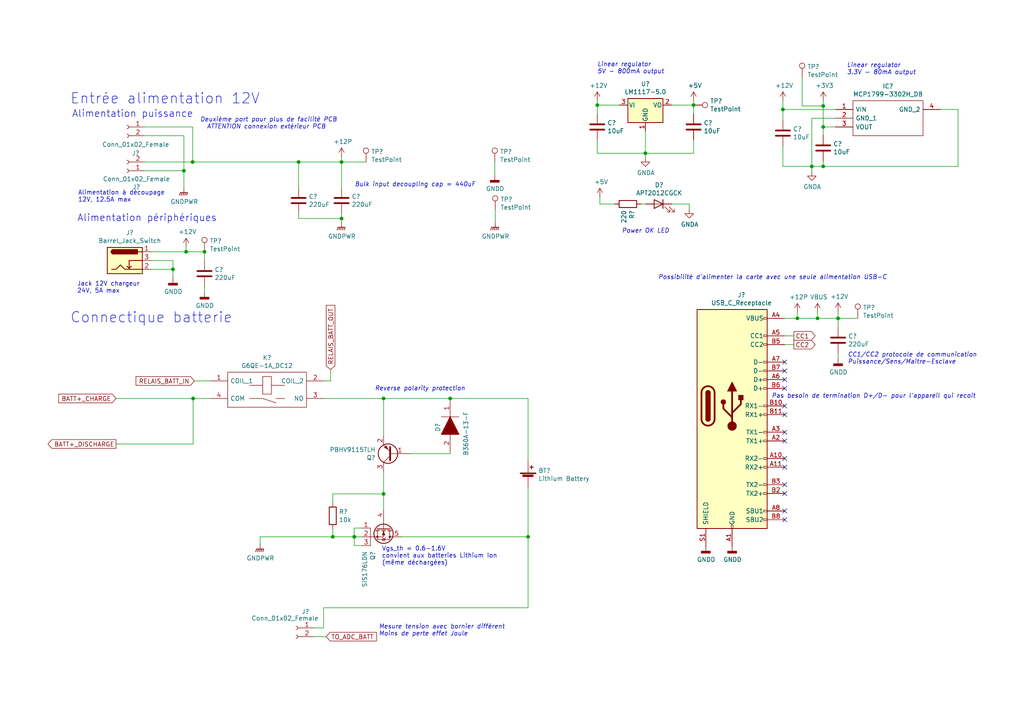
<source format=kicad_sch>
(kicad_sch (version 20231120) (generator "eeschema") (generator_version "8.0")
  (paper "A4")
  (lib_symbols
    (symbol "Connector:Barrel_Jack_Switch" (pin_names hide)
      (property "Reference" "J" (at 0 5.334 0))
      (property "Value" "Barrel_Jack_Switch" (at 0 -5.08 0))
      (symbol "Barrel_Jack_Switch_0_1"
        (rectangle (start -5.08 3.81) (end 5.08 -3.81) (stroke (width 0.254)) (fill (type background)))
        (arc (start -3.302 3.175) (mid -3.9342 2.54) (end -3.302 1.905) (stroke (width 0.254)))
        (arc (start -3.302 3.175) (mid -3.9342 2.54) (end -3.302 1.905) (stroke (width 0.254)) (fill (type outline)))
        (polyline (pts (xy 1.27 -2.286) (xy 1.905 -1.651)) (stroke (width 0.254)))
        (polyline (pts (xy 5.08 2.54) (xy 3.81 2.54)) (stroke (width 0.254)))
        (polyline (pts (xy 5.08 0) (xy 1.27 0) (xy 1.27 -2.286) (xy 0.635 -1.651)) (stroke (width 0.254)))
        (polyline (pts (xy -3.81 -2.54) (xy -2.54 -2.54) (xy -1.27 -1.27) (xy 0 -2.54) (xy 2.54 -2.54) (xy 5.08 -2.54)) (stroke (width 0.254)))
        (rectangle (start 3.683 3.175) (end -3.302 1.905) (stroke (width 0.254)) (fill (type outline)))
      )
      (symbol "Barrel_Jack_Switch_1_1"
        (pin passive line (at 7.62 2.54 180) (length 2.54) (name "~") (number "1"))
        (pin passive line (at 7.62 -2.54 180) (length 2.54) (name "~") (number "2"))
        (pin passive line (at 7.62 0 180) (length 2.54) (name "~") (number "3"))
      )
    )
    (symbol "Connector:Conn_01x02_Female" (pin_names (offset 1.016) hide)
      (property "Reference" "J" (at 0 2.54 0))
      (property "Value" "Conn_01x02_Female" (at 0 -5.08 0))
      (symbol "Conn_01x02_Female_1_1"
        (arc (start 0 -2.032) (mid -0.5058 -2.54) (end 0 -3.048) (stroke (width 0.1524)))
        (polyline (pts (xy -1.27 -2.54) (xy -0.508 -2.54)) (stroke (width 0.1524)))
        (polyline (pts (xy -1.27 0) (xy -0.508 0)) (stroke (width 0.1524)))
        (arc (start 0 0.508) (mid -0.5058 0) (end 0 -0.508) (stroke (width 0.1524)))
        (pin passive line (at -5.08 0 0) (length 3.81) (name "Pin_1") (number "1"))
        (pin passive line (at -5.08 -2.54 0) (length 3.81) (name "Pin_2") (number "2"))
      )
    )
    (symbol "Connector:TestPoint" (pin_numbers hide) (pin_names (offset 0.762) hide)
      (property "Reference" "TP" (at 0 6.858 0))
      (property "Value" "TestPoint" (at 0 5.08 0))
      (symbol "TestPoint_0_1"
        (circle (center 0 3.302) (radius 0.762))
      )
      (symbol "TestPoint_1_1"
        (pin passive line (at 0 0 90) (length 2.54) (name "1") (number "1"))
      )
    )
    (symbol "Connector:USB_C_Receptacle" (pin_names (offset 1.016))
      (property "Reference" "J" (at -10.16 29.21 0))
      (property "Value" "USB_C_Receptacle" (at 10.16 29.21 0))
      (symbol "USB_C_Receptacle_0_0"
        (rectangle (start -0.254 -35.56) (end 0.254 -34.544))
        (rectangle (start 10.16 -32.766) (end 9.144 -33.274))
        (rectangle (start 10.16 -30.226) (end 9.144 -30.734))
        (rectangle (start 10.16 -25.146) (end 9.144 -25.654))
        (rectangle (start 10.16 -22.606) (end 9.144 -23.114))
        (rectangle (start 10.16 -17.526) (end 9.144 -18.034))
        (rectangle (start 10.16 -14.986) (end 9.144 -15.494))
        (rectangle (start 10.16 -9.906) (end 9.144 -10.414))
        (rectangle (start 10.16 -7.366) (end 9.144 -7.874))
        (rectangle (start 10.16 -2.286) (end 9.144 -2.794))
        (rectangle (start 10.16 0.254) (end 9.144 -0.254))
        (rectangle (start 10.16 5.334) (end 9.144 4.826))
        (rectangle (start 10.16 7.874) (end 9.144 7.366))
        (rectangle (start 10.16 10.414) (end 9.144 9.906))
        (rectangle (start 10.16 12.954) (end 9.144 12.446))
        (rectangle (start 10.16 18.034) (end 9.144 17.526))
        (rectangle (start 10.16 20.574) (end 9.144 20.066))
        (rectangle (start 10.16 25.654) (end 9.144 25.146))
      )
      (symbol "USB_C_Receptacle_0_1"
        (rectangle (start -10.16 27.94) (end 10.16 -35.56) (stroke (width 0.254)) (fill (type background)))
        (arc (start -8.89 -3.81) (mid -6.985 -5.7066) (end -5.08 -3.81) (stroke (width 0.508)))
        (arc (start -7.62 -3.81) (mid -6.985 -4.4422) (end -6.35 -3.81) (stroke (width 0.254)))
        (arc (start -7.62 -3.81) (mid -6.985 -4.4422) (end -6.35 -3.81) (stroke (width 0.254)) (fill (type outline)))
        (rectangle (start -7.62 -3.81) (end -6.35 3.81) (stroke (width 0.254)) (fill (type outline)))
        (arc (start -6.35 3.81) (mid -6.985 4.4422) (end -7.62 3.81) (stroke (width 0.254)))
        (arc (start -6.35 3.81) (mid -6.985 4.4422) (end -7.62 3.81) (stroke (width 0.254)) (fill (type outline)))
        (arc (start -5.08 3.81) (mid -6.985 5.7066) (end -8.89 3.81) (stroke (width 0.508)))
        (polyline (pts (xy -8.89 -3.81) (xy -8.89 3.81)) (stroke (width 0.508)))
        (polyline (pts (xy -5.08 3.81) (xy -5.08 -3.81)) (stroke (width 0.508)))
      )
      (symbol "USB_C_Receptacle_1_1"
        (circle (center -2.54 1.143) (radius 0.635) (stroke (width 0.254)) (fill (type outline)))
        (circle (center 0 -5.842) (radius 1.27) (fill (type outline)))
        (polyline (pts (xy 0 -5.842) (xy 0 4.318)) (stroke (width 0.508)))
        (polyline (pts (xy 0 -3.302) (xy -2.54 -0.762) (xy -2.54 0.508)) (stroke (width 0.508)))
        (polyline (pts (xy 0 -2.032) (xy 2.54 0.508) (xy 2.54 1.778)) (stroke (width 0.508)))
        (polyline (pts (xy -1.27 4.318) (xy 0 6.858) (xy 1.27 4.318) (xy -1.27 4.318)) (stroke (width 0.254)) (fill (type outline)))
        (rectangle (start 1.905 1.778) (end 3.175 3.048) (stroke (width 0.254)) (fill (type outline)))
        (pin passive line (at 0 -40.64 90) (length 5.08) (name "GND") (number "A1"))
        (pin bidirectional line (at 15.24 -15.24 180) (length 5.08) (name "RX2-") (number "A10"))
        (pin bidirectional line (at 15.24 -17.78 180) (length 5.08) (name "RX2+") (number "A11"))
        (pin passive line (at 0 -40.64 90) (length 5.08) hide (name "GND") (number "A12"))
        (pin bidirectional line (at 15.24 -10.16 180) (length 5.08) (name "TX1+") (number "A2"))
        (pin bidirectional line (at 15.24 -7.62 180) (length 5.08) (name "TX1-") (number "A3"))
        (pin passive line (at 15.24 25.4 180) (length 5.08) (name "VBUS") (number "A4"))
        (pin bidirectional line (at 15.24 20.32 180) (length 5.08) (name "CC1") (number "A5"))
        (pin bidirectional line (at 15.24 7.62 180) (length 5.08) (name "D+") (number "A6"))
        (pin bidirectional line (at 15.24 12.7 180) (length 5.08) (name "D-") (number "A7"))
        (pin bidirectional line (at 15.24 -30.48 180) (length 5.08) (name "SBU1") (number "A8"))
        (pin passive line (at 15.24 25.4 180) (length 5.08) hide (name "VBUS") (number "A9"))
        (pin passive line (at 0 -40.64 90) (length 5.08) hide (name "GND") (number "B1"))
        (pin bidirectional line (at 15.24 0 180) (length 5.08) (name "RX1-") (number "B10"))
        (pin bidirectional line (at 15.24 -2.54 180) (length 5.08) (name "RX1+") (number "B11"))
        (pin passive line (at 0 -40.64 90) (length 5.08) hide (name "GND") (number "B12"))
        (pin bidirectional line (at 15.24 -25.4 180) (length 5.08) (name "TX2+") (number "B2"))
        (pin bidirectional line (at 15.24 -22.86 180) (length 5.08) (name "TX2-") (number "B3"))
        (pin passive line (at 15.24 25.4 180) (length 5.08) hide (name "VBUS") (number "B4"))
        (pin bidirectional line (at 15.24 17.78 180) (length 5.08) (name "CC2") (number "B5"))
        (pin bidirectional line (at 15.24 5.08 180) (length 5.08) (name "D+") (number "B6"))
        (pin bidirectional line (at 15.24 10.16 180) (length 5.08) (name "D-") (number "B7"))
        (pin bidirectional line (at 15.24 -33.02 180) (length 5.08) (name "SBU2") (number "B8"))
        (pin passive line (at 15.24 25.4 180) (length 5.08) hide (name "VBUS") (number "B9"))
        (pin passive line (at -7.62 -40.64 90) (length 5.08) (name "SHIELD") (number "S1"))
      )
    )
    (symbol "Device:Battery_Cell" (pin_numbers hide) (pin_names (offset 0) hide)
      (property "Reference" "BT" (at 2.54 2.54 0))
      (property "Value" "Battery_Cell" (at 2.54 0 0))
      (symbol "Battery_Cell_0_1"
        (rectangle (start -2.286 1.778) (end 2.286 1.524) (fill (type outline)))
        (rectangle (start -1.5748 1.1938) (end 1.4732 0.6858) (fill (type outline)))
        (polyline (pts (xy 0 0.762) (xy 0 0)))
        (polyline (pts (xy 0 1.778) (xy 0 2.54)))
        (polyline (pts (xy 0.508 3.429) (xy 1.524 3.429)) (stroke (width 0.254)))
        (polyline (pts (xy 1.016 3.937) (xy 1.016 2.921)) (stroke (width 0.254)))
      )
      (symbol "Battery_Cell_1_1"
        (pin passive line (at 0 5.08 270) (length 2.54) (name "+") (number "1"))
        (pin passive line (at 0 -2.54 90) (length 2.54) (name "-") (number "2"))
      )
    )
    (symbol "Device:C" (pin_numbers hide) (pin_names (offset 0.254))
      (property "Reference" "C" (at 0.635 2.54 0))
      (property "Value" "C" (at 0.635 -2.54 0))
      (symbol "C_0_1"
        (polyline (pts (xy -2.032 -0.762) (xy 2.032 -0.762)) (stroke (width 0.508)))
        (polyline (pts (xy -2.032 0.762) (xy 2.032 0.762)) (stroke (width 0.508)))
      )
      (symbol "C_1_1"
        (pin passive line (at 0 3.81 270) (length 2.794) (name "~") (number "1"))
        (pin passive line (at 0 -3.81 90) (length 2.794) (name "~") (number "2"))
      )
    )
    (symbol "Device:LED" (pin_numbers hide) (pin_names (offset 1.016) hide)
      (property "Reference" "D" (at 0 2.54 0))
      (property "Value" "LED" (at 0 -2.54 0))
      (symbol "LED_0_1"
        (polyline (pts (xy -1.27 -1.27) (xy -1.27 1.27)) (stroke (width 0.254)))
        (polyline (pts (xy -1.27 0) (xy 1.27 0)))
        (polyline (pts (xy 1.27 -1.27) (xy 1.27 1.27) (xy -1.27 0) (xy 1.27 -1.27)) (stroke (width 0.254)))
        (polyline (pts (xy -3.048 -0.762) (xy -4.572 -2.286) (xy -3.81 -2.286) (xy -4.572 -2.286) (xy -4.572 -1.524)))
        (polyline (pts (xy -1.778 -0.762) (xy -3.302 -2.286) (xy -2.54 -2.286) (xy -3.302 -2.286) (xy -3.302 -1.524)))
      )
      (symbol "LED_1_1"
        (pin passive line (at -3.81 0 0) (length 2.54) (name "K") (number "1"))
        (pin passive line (at 3.81 0 180) (length 2.54) (name "A") (number "2"))
      )
    )
    (symbol "Device:Q_PNP_BEC" (pin_names (offset 0) hide)
      (property "Reference" "Q" (at 5.08 1.27 0))
      (property "Value" "Q_PNP_BEC" (at 5.08 -1.27 0))
      (symbol "Q_PNP_BEC_0_1"
        (polyline (pts (xy 0.635 0.635) (xy 2.54 2.54)))
        (polyline (pts (xy 0.635 -0.635) (xy 2.54 -2.54) (xy 2.54 -2.54)))
        (polyline (pts (xy 0.635 1.905) (xy 0.635 -1.905) (xy 0.635 -1.905)) (stroke (width 0.508)))
        (polyline (pts (xy 2.286 -1.778) (xy 1.778 -2.286) (xy 1.27 -1.27) (xy 2.286 -1.778) (xy 2.286 -1.778)) (fill (type outline)))
        (circle (center 1.27 0) (radius 2.8194) (stroke (width 0.254)))
      )
      (symbol "Q_PNP_BEC_1_1"
        (pin input line (at -5.08 0 0) (length 5.715) (name "B") (number "1"))
        (pin passive line (at 2.54 -5.08 90) (length 2.54) (name "E") (number "2"))
        (pin passive line (at 2.54 5.08 270) (length 2.54) (name "C") (number "3"))
      )
    )
    (symbol "Device:R" (pin_numbers hide) (pin_names (offset 0))
      (property "Reference" "R" (at 2.032 0 90))
      (property "Value" "R" (at 0 0 90))
      (symbol "R_0_1"
        (rectangle (start -1.016 -2.54) (end 1.016 2.54) (stroke (width 0.254)))
      )
      (symbol "R_1_1"
        (pin passive line (at 0 3.81 270) (length 1.27) (name "~") (number "1"))
        (pin passive line (at 0 -3.81 90) (length 1.27) (name "~") (number "2"))
      )
    )
    (symbol "Regulator_Linear:LM1117-5.0" (pin_names (offset 0.254))
      (property "Reference" "U" (at -3.81 3.175 0))
      (property "Value" "LM1117-5.0" (at 0 3.175 0))
      (symbol "LM1117-5.0_0_1"
        (rectangle (start -5.08 -5.08) (end 5.08 1.905) (stroke (width 0.254)) (fill (type background)))
      )
      (symbol "LM1117-5.0_1_1"
        (pin power_in line (at 0 -7.62 90) (length 2.54) (name "GND") (number "1"))
        (pin power_out line (at 7.62 0 180) (length 2.54) (name "VO") (number "2"))
        (pin power_in line (at -7.62 0 0) (length 2.54) (name "VI") (number "3"))
      )
    )
    (symbol "open-lion:B360A-13-F" (pin_names (offset 0.762))
      (property "Reference" "D" (at 11.43 5.08 0))
      (property "Value" "B360A-13-F" (at 11.43 2.54 0))
      (symbol "B360A-13-F_0_0"
        (pin passive line (at 0 0 0) (length 5.08) (name "~") (number "1"))
        (pin passive line (at 15.24 0 180) (length 5.08) (name "~") (number "2"))
      )
      (symbol "B360A-13-F_0_1"
        (polyline (pts (xy 5.08 2.54) (xy 5.08 -2.54)) (stroke (width 0.1524)))
        (polyline (pts (xy 5.08 0) (xy 10.16 2.54) (xy 10.16 -2.54) (xy 5.08 0)) (stroke (width 0.254)) (fill (type outline)))
      )
    )
    (symbol "open-lion:G6QE-1A_DC12" (pin_names (offset 0.762))
      (property "Reference" "K" (at -7.62 7.62 0))
      (property "Value" "G6QE-1A_DC12" (at -7.62 5.08 0))
      (symbol "G6QE-1A_DC12_0_0"
        (pin passive line (at -16.51 0 0) (length 5.08) (name "COIL_1") (number "1"))
        (pin passive line (at 16.51 0 180) (length 5.08) (name "COIL_2") (number "2"))
        (pin passive line (at 16.51 -5.08 180) (length 5.08) (name "NO") (number "3"))
        (pin passive line (at -16.51 -5.08 0) (length 5.08) (name "COM") (number "4"))
      )
      (symbol "G6QE-1A_DC12_0_1"
        (rectangle (start -11.43 2.54) (end 11.43 -7.62))
        (polyline (pts (xy 1.27 -1.27) (xy 5.08 -1.27)))
        (polyline (pts (xy 2.54 -5.08) (xy 5.08 -5.08)))
        (polyline (pts (xy -5.08 -5.08) (xy -1.27 -5.08) (xy 2.54 -6.35)))
        (polyline (pts (xy -5.08 -1.27) (xy -1.27 -1.27) (xy -1.27 1.27) (xy 1.27 1.27) (xy 1.27 -3.81) (xy -1.27 -3.81) (xy -1.27 -1.27)))
      )
    )
    (symbol "open-lion:MCP1799-3302H_DB" (pin_names (offset 0.762))
      (property "Reference" "IC" (at 26.67 7.62 0))
      (property "Value" "MCP1799-3302H_DB" (at 26.67 5.08 0))
      (symbol "MCP1799-3302H_DB_0_0"
        (pin power_in line (at 0 0 0) (length 5.08) (name "VIN") (number "1"))
        (pin power_in line (at 0 -2.54 0) (length 5.08) (name "GND_1") (number "2"))
        (pin power_in line (at 0 -5.08 0) (length 5.08) (name "VOUT") (number "3"))
        (pin passive line (at 30.48 0 180) (length 5.08) (name "GND_2") (number "4"))
      )
      (symbol "MCP1799-3302H_DB_0_1"
        (polyline (pts (xy 5.08 2.54) (xy 25.4 2.54) (xy 25.4 -7.62) (xy 5.08 -7.62) (xy 5.08 2.54)) (stroke (width 0.1524)))
      )
    )
    (symbol "open-lion:SiS176LDN" (pin_names (offset 1.016))
      (property "Reference" "Q" (at -8.89 4.064 0))
      (property "Value" "SiS176LDN" (at -6.604 6.096 0))
      (symbol "SiS176LDN_1_1"
        (circle (center -0.889 0) (radius 2.794) (stroke (width 0.254)))
        (circle (center 0 -1.778) (radius 0.254) (fill (type outline)))
        (polyline (pts (xy -2.286 0) (xy -5.08 0)))
        (polyline (pts (xy -2.286 1.905) (xy -2.286 -1.905)) (stroke (width 0.254)))
        (polyline (pts (xy -1.778 -1.27) (xy -1.778 -2.286)) (stroke (width 0.254)))
        (polyline (pts (xy -1.778 0.508) (xy -1.778 -0.508)) (stroke (width 0.254)))
        (polyline (pts (xy -1.778 2.286) (xy -1.778 1.27)) (stroke (width 0.254)))
        (polyline (pts (xy 0 2.54) (xy 0 1.778)))
        (polyline (pts (xy 0 -2.54) (xy 0 0) (xy -1.778 0)))
        (polyline (pts (xy -1.778 -1.778) (xy 0.762 -1.778) (xy 0.762 1.778) (xy -1.778 1.778)))
        (polyline (pts (xy -1.524 0) (xy -0.508 0.381) (xy -0.508 -0.381) (xy -1.524 0)) (fill (type outline)))
        (polyline (pts (xy 0 -2.54) (xy 0 -3.81) (xy -2.54 -3.81) (xy 2.54 -3.81)))
        (polyline (pts (xy 0.254 0.508) (xy 0.381 0.381) (xy 1.143 0.381) (xy 1.27 0.254)))
        (polyline (pts (xy 0.762 0.381) (xy 0.381 -0.254) (xy 1.143 -0.254) (xy 0.762 0.381)))
        (circle (center 0 1.778) (radius 0.254) (fill (type outline)))
        (pin unspecified line (at -2.54 -6.35 90) (length 2.54) (name "~") (number "1"))
        (pin unspecified line (at 0 -6.35 90) (length 2.54) (name "~") (number "2"))
        (pin unspecified line (at 2.54 -6.35 90) (length 2.54) (name "~") (number "3"))
        (pin unspecified line (at -7.62 0 0) (length 2.54) (name "~") (number "4"))
        (pin unspecified line (at 0 5.08 270) (length 2.54) (name "~") (number "5"))
      )
    )
    (symbol "power:+12P" (power) (pin_names (offset 0))
      (property "Value" "+12P" (at 0 3.556 0))
      (symbol "+12P_0_1"
        (polyline (pts (xy -0.762 1.27) (xy 0 2.54)))
        (polyline (pts (xy 0 0) (xy 0 2.54)))
        (polyline (pts (xy 0 2.54) (xy 0.762 1.27)))
      )
      (symbol "+12P_1_1"
        (pin power_in line (at 0 0 90) (length 0) hide (name "+12P") (number "1"))
      )
    )
    (symbol "power:+12V" (power) (pin_names (offset 0))
      (property "Value" "+12V" (at 0 3.556 0))
      (symbol "+12V_0_1"
        (polyline (pts (xy -0.762 1.27) (xy 0 2.54)))
        (polyline (pts (xy 0 0) (xy 0 2.54)))
        (polyline (pts (xy 0 2.54) (xy 0.762 1.27)))
      )
      (symbol "+12V_1_1"
        (pin power_in line (at 0 0 90) (length 0) hide (name "+12V") (number "1"))
      )
    )
    (symbol "power:+3.3V" (power) (pin_names (offset 0))
      (property "Value" "+3.3V" (at 0 3.556 0))
      (symbol "+3.3V_0_1"
        (polyline (pts (xy -0.762 1.27) (xy 0 2.54)))
        (polyline (pts (xy 0 0) (xy 0 2.54)))
        (polyline (pts (xy 0 2.54) (xy 0.762 1.27)))
      )
      (symbol "+3.3V_1_1"
        (pin power_in line (at 0 0 90) (length 0) hide (name "+3V3") (number "1"))
      )
    )
    (symbol "power:+5V" (power) (pin_names (offset 0))
      (property "Value" "+5V" (at 0 3.556 0))
      (symbol "+5V_0_1"
        (polyline (pts (xy -0.762 1.27) (xy 0 2.54)))
        (polyline (pts (xy 0 0) (xy 0 2.54)))
        (polyline (pts (xy 0 2.54) (xy 0.762 1.27)))
      )
      (symbol "+5V_1_1"
        (pin power_in line (at 0 0 90) (length 0) hide (name "+5V") (number "1"))
      )
    )
    (symbol "power:GNDA" (power) (pin_names (offset 0))
      (property "Value" "GNDA" (at 0 -3.81 0))
      (symbol "GNDA_0_1"
        (polyline (pts (xy 0 0) (xy 0 -1.27) (xy 1.27 -1.27) (xy 0 -2.54) (xy -1.27 -1.27) (xy 0 -1.27)))
      )
      (symbol "GNDA_1_1"
        (pin power_in line (at 0 0 270) (length 0) hide (name "GNDA") (number "1"))
      )
    )
    (symbol "power:GNDD" (power) (pin_names (offset 0))
      (property "Value" "GNDD" (at 0 -3.175 0))
      (symbol "GNDD_0_1"
        (rectangle (start -1.27 -1.524) (end 1.27 -2.032) (stroke (width 0.254)) (fill (type outline)))
        (polyline (pts (xy 0 0) (xy 0 -1.524)))
      )
      (symbol "GNDD_1_1"
        (pin power_in line (at 0 0 270) (length 0) hide (name "GNDD") (number "1"))
      )
    )
    (symbol "power:GNDPWR" (power) (pin_names (offset 0))
      (property "Value" "GNDPWR" (at 0 -3.302 0))
      (symbol "GNDPWR_0_1"
        (polyline (pts (xy 0 -1.27) (xy 0 0)))
        (polyline (pts (xy -1.016 -1.27) (xy -1.27 -2.032) (xy -1.27 -2.032)) (stroke (width 0.2032)))
        (polyline (pts (xy -0.508 -1.27) (xy -0.762 -2.032) (xy -0.762 -2.032)) (stroke (width 0.2032)))
        (polyline (pts (xy 0 -1.27) (xy -0.254 -2.032) (xy -0.254 -2.032)) (stroke (width 0.2032)))
        (polyline (pts (xy 0.508 -1.27) (xy 0.254 -2.032) (xy 0.254 -2.032)) (stroke (width 0.2032)))
        (polyline (pts (xy 1.016 -1.27) (xy -1.016 -1.27) (xy -1.016 -1.27)) (stroke (width 0.2032)))
        (polyline (pts (xy 1.016 -1.27) (xy 0.762 -2.032) (xy 0.762 -2.032) (xy 0.762 -2.032)) (stroke (width 0.2032)))
      )
      (symbol "GNDPWR_1_1"
        (pin power_in line (at 0 0 270) (length 0) hide (name "GNDPWR") (number "1"))
      )
    )
    (symbol "power:VBUS" (power) (pin_names (offset 0))
      (property "Value" "VBUS" (at 0 3.81 0))
      (symbol "VBUS_0_1"
        (polyline (pts (xy -0.762 1.27) (xy 0 2.54)))
        (polyline (pts (xy 0 0) (xy 0 2.54)))
        (polyline (pts (xy 0 2.54) (xy 0.762 1.27)))
      )
      (symbol "VBUS_1_1"
        (pin power_in line (at 0 0 90) (length 0) hide (name "VBUS") (number "1"))
      )
    )
  )
  (junction (at 102.743 155.702))
  (junction (at 56.007 115.57))
  (junction (at 227.076 31.75))
  (junction (at 59.309 73.025))
  (junction (at 111.252 143.256))
  (junction (at 53.34 49.53))
  (junction (at 238.76 48.26))
  (junction (at 237.109 92.329))
  (junction (at 53.975 73.025))
  (junction (at 238.76 30.734))
  (junction (at 96.52 155.702))
  (junction (at 86.614 46.99))
  (junction (at 187.198 44.45))
  (junction (at 99.06 46.99))
  (junction (at 235.458 48.26))
  (junction (at 238.76 36.83))
  (junction (at 231.267 92.329))
  (junction (at 99.06 63.373))
  (junction (at 153.162 155.702))
  (junction (at 50.165 78.105))
  (junction (at 130.556 115.57))
  (junction (at 173.228 30.48))
  (junction (at 243.078 92.329))
  (junction (at 111.252 115.57))
  (junction (at 55.88 46.99))
  (junction (at 201.168 30.48))
  (no_connect (at 227.584 132.969))
  (no_connect (at 227.584 140.589))
  (no_connect (at 227.584 135.509))
  (no_connect (at 227.584 112.649))
  (no_connect (at 227.584 143.129))
  (no_connect (at 227.584 125.349))
  (no_connect (at 227.584 107.569))
  (no_connect (at 227.584 148.209))
  (no_connect (at 227.584 127.889))
  (no_connect (at 227.584 105.029))
  (no_connect (at 227.584 110.109))
  (no_connect (at 227.584 120.269))
  (no_connect (at 227.584 117.729))
  (no_connect (at 227.584 150.749))
  (wire (pts (xy 99.06 45.466) (xy 99.06 46.99)))
  (wire (pts (xy 93.853 176.276) (xy 93.853 182.118)))
  (wire (pts (xy 130.556 115.57) (xy 153.162 115.57)))
  (wire (pts (xy 153.162 155.702) (xy 153.162 141.478)))
  (wire (pts (xy 201.168 30.48) (xy 201.168 29.21)))
  (wire (pts (xy 238.76 29.21) (xy 238.76 30.734)))
  (wire (pts (xy 102.743 158.242) (xy 104.902 158.242)))
  (wire (pts (xy 50.165 78.105) (xy 43.815 78.105)))
  (wire (pts (xy 173.228 44.45) (xy 187.198 44.45)))
  (wire (pts (xy 93.853 176.276) (xy 153.162 176.276)))
  (wire (pts (xy 53.975 73.025) (xy 59.309 73.025)))
  (wire (pts (xy 41.91 36.83) (xy 55.88 36.83)))
  (wire (pts (xy 199.898 60.706) (xy 199.898 59.182)))
  (wire (pts (xy 238.76 36.83) (xy 238.76 39.116)))
  (wire (pts (xy 187.198 45.72) (xy 187.198 44.45)))
  (wire (pts (xy 238.76 30.734) (xy 232.664 30.734)))
  (wire (pts (xy 99.06 64.643) (xy 99.06 63.373)))
  (wire (pts (xy 111.252 115.57) (xy 130.556 115.57)))
  (wire (pts (xy 86.614 63.373) (xy 99.06 63.373)))
  (wire (pts (xy 102.743 155.702) (xy 102.743 158.242)))
  (wire (pts (xy 41.91 39.37) (xy 53.34 39.37)))
  (wire (pts (xy 178.308 59.182) (xy 173.99 59.182)))
  (wire (pts (xy 153.162 133.858) (xy 153.162 115.57)))
  (wire (pts (xy 56.007 115.57) (xy 56.007 128.778)))
  (wire (pts (xy 173.228 40.64) (xy 173.228 44.45)))
  (wire (pts (xy 277.876 48.26) (xy 277.876 31.75)))
  (wire (pts (xy 248.793 92.329) (xy 248.793 92.202)))
  (wire (pts (xy 227.076 34.798) (xy 227.076 31.75)))
  (wire (pts (xy 53.975 73.025) (xy 53.975 71.628)))
  (wire (pts (xy 43.815 73.025) (xy 53.975 73.025)))
  (wire (pts (xy 75.438 157.988) (xy 75.438 155.702)))
  (wire (pts (xy 56.007 115.57) (xy 60.96 115.57)))
  (wire (pts (xy 277.876 31.75) (xy 272.796 31.75)))
  (wire (pts (xy 242.316 36.83) (xy 238.76 36.83)))
  (wire (pts (xy 235.458 48.26) (xy 235.458 49.784)))
  (wire (pts (xy 96.52 155.702) (xy 102.743 155.702)))
  (wire (pts (xy 93.853 182.118) (xy 90.932 182.118)))
  (wire (pts (xy 59.309 84.709) (xy 59.309 83.185)))
  (wire (pts (xy 238.76 30.734) (xy 238.76 36.83)))
  (wire (pts (xy 111.252 143.256) (xy 111.252 136.652)))
  (wire (pts (xy 243.078 104.013) (xy 243.078 102.489)))
  (wire (pts (xy 231.267 92.329) (xy 237.109 92.329)))
  (wire (pts (xy 118.872 131.572) (xy 130.556 131.572)))
  (wire (pts (xy 95.885 110.49) (xy 95.885 107.188)))
  (wire (pts (xy 102.743 153.162) (xy 102.743 155.702)))
  (wire (pts (xy 243.078 90.424) (xy 243.078 92.329)))
  (wire (pts (xy 235.458 48.26) (xy 227.076 48.26)))
  (wire (pts (xy 96.52 143.256) (xy 111.252 143.256)))
  (wire (pts (xy 75.438 155.702) (xy 96.52 155.702)))
  (wire (pts (xy 33.655 115.57) (xy 56.007 115.57)))
  (wire (pts (xy 227.076 31.75) (xy 227.076 29.21)))
  (wire (pts (xy 96.52 153.416) (xy 96.52 155.702)))
  (wire (pts (xy 230.251 99.949) (xy 227.584 99.949)))
  (wire (pts (xy 173.228 30.48) (xy 173.228 29.21)))
  (wire (pts (xy 104.902 153.162) (xy 102.743 153.162)))
  (wire (pts (xy 227.584 92.329) (xy 231.267 92.329)))
  (wire (pts (xy 235.458 34.29) (xy 242.316 34.29)))
  (wire (pts (xy 179.578 30.48) (xy 173.228 30.48)))
  (wire (pts (xy 93.98 110.49) (xy 95.885 110.49)))
  (wire (pts (xy 238.76 46.736) (xy 238.76 48.26)))
  (wire (pts (xy 53.34 49.53) (xy 53.34 54.61)))
  (wire (pts (xy 187.198 59.182) (xy 185.928 59.182)))
  (wire (pts (xy 41.91 46.99) (xy 55.88 46.99)))
  (wire (pts (xy 199.898 59.182) (xy 194.818 59.182)))
  (wire (pts (xy 143.51 46.99) (xy 143.51 50.8)))
  (wire (pts (xy 238.76 48.26) (xy 277.876 48.26)))
  (wire (pts (xy 50.165 80.645) (xy 50.165 78.105)))
  (wire (pts (xy 235.458 34.29) (xy 235.458 48.26)))
  (wire (pts (xy 86.614 61.976) (xy 86.614 63.373)))
  (wire (pts (xy 231.267 90.551) (xy 231.267 92.329)))
  (wire (pts (xy 232.664 30.734) (xy 232.664 22.352)))
  (wire (pts (xy 187.198 38.1) (xy 187.198 44.45)))
  (wire (pts (xy 243.078 92.329) (xy 248.793 92.329)))
  (wire (pts (xy 86.614 46.99) (xy 99.06 46.99)))
  (wire (pts (xy 50.165 75.565) (xy 50.165 78.105)))
  (wire (pts (xy 238.76 48.26) (xy 235.458 48.26)))
  (wire (pts (xy 153.162 176.276) (xy 153.162 155.702)))
  (wire (pts (xy 99.06 46.99) (xy 99.06 54.356)))
  (wire (pts (xy 187.198 44.45) (xy 201.168 44.45)))
  (wire (pts (xy 111.252 143.256) (xy 111.252 148.082)))
  (wire (pts (xy 237.109 90.551) (xy 237.109 92.329)))
  (wire (pts (xy 243.078 94.869) (xy 243.078 92.329)))
  (wire (pts (xy 227.076 31.75) (xy 242.316 31.75)))
  (wire (pts (xy 130.556 131.572) (xy 130.556 131.064)))
  (wire (pts (xy 33.655 128.778) (xy 56.007 128.778)))
  (wire (pts (xy 173.228 30.48) (xy 173.228 33.02)))
  (wire (pts (xy 86.614 46.99) (xy 86.614 54.356)))
  (wire (pts (xy 201.168 44.45) (xy 201.168 40.64)))
  (wire (pts (xy 130.556 115.57) (xy 130.556 115.824)))
  (wire (pts (xy 99.06 61.976) (xy 99.06 63.373)))
  (wire (pts (xy 60.96 110.49) (xy 56.388 110.49)))
  (wire (pts (xy 93.98 115.57) (xy 111.252 115.57)))
  (wire (pts (xy 194.818 30.48) (xy 201.168 30.48)))
  (wire (pts (xy 143.637 60.833) (xy 143.637 64.643)))
  (wire (pts (xy 116.332 155.702) (xy 153.162 155.702)))
  (wire (pts (xy 99.06 46.99) (xy 106.172 46.99)))
  (wire (pts (xy 111.252 115.57) (xy 111.252 126.492)))
  (wire (pts (xy 43.815 75.565) (xy 50.165 75.565)))
  (wire (pts (xy 237.109 92.329) (xy 243.078 92.329)))
  (wire (pts (xy 96.52 145.796) (xy 96.52 143.256)))
  (wire (pts (xy 173.99 59.182) (xy 173.99 57.15)))
  (wire (pts (xy 227.584 97.409) (xy 230.251 97.409)))
  (wire (pts (xy 90.932 184.658) (xy 94.615 184.658)))
  (wire (pts (xy 227.076 48.26) (xy 227.076 42.418)))
  (wire (pts (xy 59.309 75.565) (xy 59.309 73.025)))
  (wire (pts (xy 53.34 39.37) (xy 53.34 49.53)))
  (wire (pts (xy 59.309 73.025) (xy 59.309 72.898)))
  (wire (pts (xy 102.743 155.702) (xy 104.902 155.702)))
  (wire (pts (xy 201.168 33.02) (xy 201.168 30.48)))
  (wire (pts (xy 41.91 49.53) (xy 53.34 49.53)))
  (wire (pts (xy 55.88 36.83) (xy 55.88 46.99)))
  (wire (pts (xy 55.88 46.99) (xy 86.614 46.99)))
  (text "Alimentation à découpage\n12V, 12.5A max" (at 22.606 58.801 0) (effects (font (size 1.27 1.27)) (justify left bottom)))
  (text "Connectique batterie" (at 20.32 93.98 0) (effects (font (size 2.9972 2.9972)) (justify left bottom)))
  (text "Entrée alimentation 12V" (at 20.32 30.48 0) (effects (font (size 2.9972 2.9972)) (justify left bottom)))
  (text "Deuxième port pour plus de facilité PCB\n  ATTENTION connexion extérieur PCB" (at 58.039 37.592 0) (effects (font (size 1.27 1.27) (italic yes)) (justify left bottom)))
  (text "Bulk input decoupling cap = 440uF" (at 102.87 54.356 0) (effects (font (size 1.27 1.27) (italic yes)) (justify left bottom)))
  (text "CC1/CC2 protocole de communication\nPuissance/Sens/Maitre-Esclave" (at 245.872 105.791 0) (effects (font (size 1.27 1.27) (italic yes)) (justify left bottom)))
  (text "Alimentation périphériques" (at 22.352 64.516 0) (effects (font (size 2.0066 2.0066)) (justify left bottom)))
  (text "Jack 12V chargeur\n24V, 5A max" (at 22.352 85.217 0) (effects (font (size 1.27 1.27)) (justify left bottom)))
  (text "Power OK LED" (at 180.34 67.818 0) (effects (font (size 1.27 1.27) (italic yes)) (justify left bottom)))
  (text "Pas besoin de termination D+/D- pour l'appareil qui recoit" (at 223.774 115.697 0) (effects (font (size 1.27 1.27) (italic yes)) (justify left bottom)))
  (text "Vgs_th = 0.6-1.6V \nconvient aux batteries Lithium Ion \n(même déchargées)" (at 110.744 164.084 0) (effects (font (size 1.27 1.27)) (justify left bottom)))
  (text "Alimentation puissance" (at 20.828 34.29 0) (effects (font (size 2.0066 2.0066)) (justify left bottom)))
  (text "Mesure tension avec bornier différent\nMoins de perte effet Joule" (at 109.855 184.658 0) (effects (font (size 1.27 1.27) (italic yes)) (justify left bottom)))
  (text "Linear regulator\n5V - 800mA output" (at 173.228 21.59 0) (effects (font (size 1.27 1.27) (italic yes)) (justify left bottom)))
  (text "Reverse polarity protection" (at 108.712 113.538 0) (effects (font (size 1.27 1.27) (italic yes)) (justify left bottom)))
  (text "Possibilité d'alimenter la carte avec une seule alimentation USB-C" (at 190.881 81.28 0) (effects (font (size 1.27 1.27) (italic yes)) (justify left bottom)))
  (text "Linear regulator\n3.3V - 80mA output" (at 245.618 21.844 0) (effects (font (size 1.27 1.27) (italic yes)) (justify left bottom)))
  (global_label "CC1" (shape output) (at 230.251 97.409 0) (property "Intersheetrefs" "${INTERSHEET_REFS}" (effects (hide yes))))
  (global_label "BATT+_DISCHARGE" (shape output) (at 33.655 128.778 180) (property "Intersheetrefs" "${INTERSHEET_REFS}" (effects (hide yes))))
  (global_label "BATT+_CHARGE" (shape input) (at 33.655 115.57 180) (property "Intersheetrefs" "${INTERSHEET_REFS}" (effects (hide yes))))
  (global_label "RELAIS_BATT_OUT" (shape input) (at 95.885 107.188 90) (property "Intersheetrefs" "${INTERSHEET_REFS}" (effects (hide yes))))
  (global_label "CC2" (shape output) (at 230.251 99.949 0) (property "Intersheetrefs" "${INTERSHEET_REFS}" (effects (hide yes))))
  (global_label "RELAIS_BATT_IN" (shape input) (at 56.388 110.49 180) (property "Intersheetrefs" "${INTERSHEET_REFS}" (effects (hide yes))))
  (global_label "TO_ADC_BATT" (shape input) (at 94.615 184.658 0) (property "Intersheetrefs" "${INTERSHEET_REFS}" (effects (hide yes))))
  (symbol (lib_id "Connector:Barrel_Jack_Switch") (at 36.195 75.565 0) (unit 1)
    (property "Reference" "J?" (at 37.6428 67.5132 0))
    (property "Value" "Barrel_Jack_Switch" (at 37.6428 69.8246 0))
    (property "Footprint" "Connector_BarrelJack:BarrelJack_Wuerth_6941xx301002" (effects (hide yes)))
  )
  (symbol (lib_id "Device:Q_PNP_BEC") (at 113.792 131.572 180) (unit 1)
    (property "Reference" "Q?" (at 108.9406 132.7404 0) (effects (justify left)))
    (property "Value" "PBHV9115TLH" (at 108.9406 130.429 0) (effects (justify left)))
    (property "Footprint" "Package_TO_SOT_SMD:SOT-23" (effects (hide yes)))
  )
  (symbol (lib_id "open-lion:B360A-13-F") (at 130.556 115.824 90) (mirror x) (unit 1)
    (property "Reference" "D?" (at 127 123.952 0))
    (property "Value" "B360A-13-F" (at 135.128 125.73 0))
    (property "Footprint" "DIOM5226X240N" (effects (hide yes)))
    (property "Datasheet" "https://www.diodes.com/assets/Datasheets/ds30891.pdf" (effects (hide yes)))
    (property "Description" "Schottky Diode 3A 60V 0.7Vf SMA Diodes Inc B360A-13-F, SMT Schottky Diode, 60V 3A, 2-Pin DO-214AC" (effects (hide yes)))
    (property "Height" "2.4" (effects (hide yes)))
    (property "Manufacturer_Name" "Diodes Inc." (effects (hide yes)))
    (property "Manufacturer_Part_Number" "B360A-13-F" (effects (hide yes)))
    (property "Mouser Part Number" "621-B360A-F" (effects (hide yes)))
    (property "Mouser Price/Stock" "https://www.mouser.co.uk/ProductDetail/Diodes-Incorporated/B360A-13-F?qs=sVoUGXYOGv3xoCWNHVb4bA%3D%3D" (effects (hide yes)))
    (property "Arrow Part Number" "B360A-13-F" (effects (hide yes)))
    (property "Arrow Price/Stock" "https://www.arrow.com/en/products/b360a-13-f/diodes-incorporated" (effects (hide yes)))
    (property "Description_1" "Schottky Diode 3A 60V 0.7Vf SMA Diodes Inc B360A-13-F, SMT Schottky Diode, 60V 3A, 2-Pin DO-214AC" (effects (hide yes)))
  )
  (symbol (lib_id "Device:Battery_Cell") (at 153.162 138.938 0) (unit 1)
    (property "Reference" "BT?" (at 156.1592 136.4996 0) (effects (justify left)))
    (property "Value" "Lithium Battery" (at 156.1592 138.811 0) (effects (justify left)))
    (property "Footprint" "TerminalBlock:TerminalBlock_bornier-2_P5.08mm" (effects (hide yes)))
  )
  (symbol (lib_id "open-lion:SiS176LDN") (at 111.252 155.702 270) (unit 1)
    (property "Reference" "Q?" (at 108.1024 159.8676 0) (effects (justify left)))
    (property "Value" "SiS176LDN" (at 105.791 159.8676 0) (effects (justify left)))
    (property "Footprint" "Package_SO:Vishay_PowerPAK_1212-8_Single" (effects (hide yes)))
  )
  (symbol (lib_id "Connector:Conn_01x02_Female") (at 36.83 49.53 180) (unit 1)
    (property "Reference" "J?" (at 39.5732 54.229 0))
    (property "Value" "Conn_01x02_Female" (at 39.5732 51.9176 0))
    (property "Footprint" "TerminalBlock:TerminalBlock_bornier-2_P5.08mm" (effects (hide yes)))
  )
  (symbol (lib_id "Regulator_Linear:LM1117-5.0") (at 187.198 30.48 0) (unit 1)
    (property "Reference" "U?" (at 187.198 24.3332 0))
    (property "Value" "LM1117-5.0" (at 187.198 26.6446 0))
    (property "Footprint" "Package_TO_SOT_SMD:SOT-223" (effects (hide yes)))
    (property "Datasheet" "http://www.ti.com/lit/ds/symlink/lm1117.pdf" (effects (hide yes)))
  )
  (symbol (lib_id "Device:C") (at 173.228 36.83 0) (unit 1)
    (property "Reference" "C?" (at 176.149 35.6616 0) (effects (justify left)))
    (property "Value" "10uF" (at 176.149 37.973 0) (effects (justify left)))
    (property "Footprint" "Capacitor_SMD:C_0805_2012Metric" (effects (hide yes)))
  )
  (symbol (lib_id "power:+5V") (at 201.168 29.21 0) (unit 1)
    (property "Reference" "#PWR?" (effects (hide yes)))
    (property "Value" "+5V" (at 201.549 24.8158 0))
  )
  (symbol (lib_id "power:+12V") (at 173.228 29.21 0) (unit 1)
    (property "Reference" "#PWR?" (effects (hide yes)))
    (property "Value" "+12V" (at 173.609 24.8158 0))
  )
  (symbol (lib_id "Device:C") (at 201.168 36.83 0) (unit 1)
    (property "Reference" "C?" (at 204.089 35.6616 0) (effects (justify left)))
    (property "Value" "10uF" (at 204.089 37.973 0) (effects (justify left)))
    (property "Footprint" "Capacitor_SMD:C_0805_2012Metric" (effects (hide yes)))
  )
  (symbol (lib_id "Device:R") (at 96.52 149.606 0) (unit 1)
    (property "Reference" "R?" (at 98.298 148.4376 0) (effects (justify left)))
    (property "Value" "10k" (at 98.298 150.749 0) (effects (justify left)))
    (property "Footprint" "Resistor_SMD:R_0805_2012Metric" (effects (hide yes)))
  )
  (symbol (lib_id "power:GNDPWR") (at 75.438 157.988 0) (unit 1)
    (property "Reference" "#PWR?" (effects (hide yes)))
    (property "Value" "GNDPWR" (at 75.5396 161.8996 0))
  )
  (symbol (lib_id "Device:C") (at 86.614 58.166 0) (unit 1)
    (property "Reference" "C?" (at 89.535 56.9976 0) (effects (justify left)))
    (property "Value" "220uF" (at 89.535 59.309 0) (effects (justify left)))
    (property "Footprint" "Capacitor_Tantalum_SMD:CP_EIA-7343-31_Kemet-D_Pad2.25x2.55mm_HandSolder" (effects (hide yes)))
  )
  (symbol (lib_id "Device:C") (at 99.06 58.166 0) (unit 1)
    (property "Reference" "C?" (at 101.981 56.9976 0) (effects (justify left)))
    (property "Value" "220uF" (at 101.981 59.309 0) (effects (justify left)))
    (property "Footprint" "Capacitor_Tantalum_SMD:CP_EIA-7343-31_Kemet-D_Pad2.25x2.55mm_HandSolder" (effects (hide yes)))
  )
  (symbol (lib_id "power:+12V") (at 53.975 71.628 0) (unit 1)
    (property "Reference" "#PWR?" (effects (hide yes)))
    (property "Value" "+12V" (at 54.356 67.2338 0))
  )
  (symbol (lib_id "open-lion:MCP1799-3302H_DB") (at 242.316 31.75 0) (unit 1)
    (property "Reference" "IC?" (at 257.556 25.019 0))
    (property "Value" "MCP1799-3302H_DB" (at 257.556 27.3304 0))
    (property "Footprint" "SOT230P700X180-4N" (effects (hide yes)))
    (property "Datasheet" "https://ms.componentsearchengine.com/Datasheets/34/MCP1799-3302H_DB.pdf" (effects (hide yes)))
    (property "Description" "LDO Voltage Regulators High Voltage LDO 3.3V 3-Ld SOT-223 Tube" (effects (hide yes)))
    (property "Height" "1.8" (effects (hide yes)))
    (property "Manufacturer_Name" "Microchip" (effects (hide yes)))
    (property "Manufacturer_Part_Number" "MCP1799-3302H/DB" (effects (hide yes)))
    (property "Mouser Part Number" "579-MCP1799-3302H/DB" (effects (hide yes)))
    (property "Mouser Price/Stock" "https://www.mouser.co.uk/ProductDetail/Microchip-Technology/MCP1799-3302H-DB?qs=BJlw7L4Cy7%2Fcz2TtAqJdSg%3D%3D" (effects (hide yes)))
    (property "Arrow Part Number" "MCP1799-3302H/DB" (effects (hide yes)))
    (property "Arrow Price/Stock" "https://www.arrow.com/en/products/mcp1799-3302hdb/microchip-technology?region=nac" (effects (hide yes)))
    (property "Description_1" "LDO Voltage Regulators High Voltage LDO 3.3V 3-Ld SOT-223 Tube" (effects (hide yes)))
  )
  (symbol (lib_id "power:+12V") (at 227.076 29.21 0) (unit 1)
    (property "Reference" "#PWR?" (effects (hide yes)))
    (property "Value" "+12V" (at 227.457 24.8158 0))
  )
  (symbol (lib_id "Connector:TestPoint") (at 106.172 46.99 0) (unit 1)
    (property "Reference" "TP?" (at 107.6452 43.9928 0) (effects (justify left)))
    (property "Value" "TestPoint" (at 107.6452 46.3042 0) (effects (justify left)))
    (property "Footprint" "TestPoint:TestPoint_Keystone_5000-5004_Miniature" (effects (hide yes)))
  )
  (symbol (lib_id "Connector:TestPoint") (at 201.168 30.48 270) (unit 1)
    (property "Reference" "TP?" (at 205.9432 29.3116 90) (effects (justify left)))
    (property "Value" "TestPoint" (at 205.9432 31.623 90) (effects (justify left)))
    (property "Footprint" "TestPoint:TestPoint_Keystone_5000-5004_Miniature" (effects (hide yes)))
  )
  (symbol (lib_id "Connector:TestPoint") (at 232.664 22.352 0) (unit 1)
    (property "Reference" "TP?" (at 234.1372 19.3548 0) (effects (justify left)))
    (property "Value" "TestPoint" (at 234.1372 21.6662 0) (effects (justify left)))
    (property "Footprint" "TestPoint:TestPoint_Keystone_5000-5004_Miniature" (effects (hide yes)))
  )
  (symbol (lib_id "power:+3.3V") (at 238.76 29.21 0) (unit 1)
    (property "Reference" "#PWR?" (effects (hide yes)))
    (property "Value" "+3V3" (at 239.141 24.8158 0))
  )
  (symbol (lib_id "Device:C") (at 227.076 38.608 0) (unit 1)
    (property "Reference" "C?" (at 229.997 37.4396 0) (effects (justify left)))
    (property "Value" "10uF" (at 229.997 39.751 0) (effects (justify left)))
    (property "Footprint" "Capacitor_SMD:C_0805_2012Metric" (effects (hide yes)))
  )
  (symbol (lib_id "Device:C") (at 238.76 42.926 0) (unit 1)
    (property "Reference" "C?" (at 241.681 41.7576 0) (effects (justify left)))
    (property "Value" "10uF" (at 241.681 44.069 0) (effects (justify left)))
    (property "Footprint" "Capacitor_SMD:C_0805_2012Metric" (effects (hide yes)))
  )
  (symbol (lib_id "Connector:TestPoint") (at 143.51 46.99 0) (unit 1)
    (property "Reference" "TP?" (at 144.9832 43.9928 0) (effects (justify left)))
    (property "Value" "TestPoint" (at 144.9832 46.3042 0) (effects (justify left)))
    (property "Footprint" "TestPoint:TestPoint_Keystone_5000-5004_Miniature" (effects (hide yes)))
  )
  (symbol (lib_id "power:+12P") (at 99.06 45.466 0) (unit 1)
    (property "Reference" "#PWR?" (effects (hide yes)))
    (property "Value" "+12P" (at 99.441 41.0718 0))
  )
  (symbol (lib_id "Connector:TestPoint") (at 59.309 72.898 0) (unit 1)
    (property "Reference" "TP?" (at 60.7822 69.9008 0) (effects (justify left)))
    (property "Value" "TestPoint" (at 60.7822 72.2122 0) (effects (justify left)))
    (property "Footprint" "TestPoint:TestPoint_Keystone_5000-5004_Miniature" (effects (hide yes)))
  )
  (symbol (lib_id "Device:C") (at 59.309 79.375 0) (unit 1)
    (property "Reference" "C?" (at 62.23 78.2066 0) (effects (justify left)))
    (property "Value" "220uF" (at 62.23 80.518 0) (effects (justify left)))
    (property "Footprint" "Capacitor_Tantalum_SMD:CP_EIA-7343-31_Kemet-D_Pad2.25x2.55mm_HandSolder" (effects (hide yes)))
  )
  (symbol (lib_id "open-lion:G6QE-1A_DC12") (at 77.47 110.49 0) (unit 1)
    (property "Reference" "K?" (at 77.47 103.759 0))
    (property "Value" "G6QE-1A_DC12" (at 77.47 106.0704 0))
    (property "Footprint" "SamacSys_OLD:G6QE1ADC12" (effects (hide yes)))
    (property "Datasheet" "https://omronfs.omron.com/en_US/ecb/products/pdf/en-g6qe.pdf" (effects (hide yes)))
    (property "Description" "OMRON ELECTRONIC COMPONENTS - G6QE-1A DC12 - POWER RELAY, SPST-NO, 32A, 277VAC, TH" (effects (hide yes)))
    (property "Height" "20.5" (effects (hide yes)))
    (property "Manufacturer_Name" "Omron Electronics" (effects (hide yes)))
    (property "Manufacturer_Part_Number" "G6QE-1A DC12" (effects (hide yes)))
    (property "Mouser Part Number" "653-G6QE-1ADC12" (effects (hide yes)))
    (property "Mouser Price/Stock" "https://www.mouser.co.uk/ProductDetail/Omron-Electronics/G6QE-1A-DC12?qs=qSfuJ%252Bfl%2Fd4%2FiPL2BYl8HA%3D%3D" (effects (hide yes)))
    (property "Arrow Part Number" "G6QE-1A DC12" (effects (hide yes)))
    (property "Arrow Price/Stock" "https://www.arrow.com/en/products/g6qe-1a-dc12/omron?region=nac" (effects (hide yes)))
    (property "Description_1" "OMRON ELECTRONIC COMPONENTS - G6QE-1A DC12 - POWER RELAY, SPST-NO, 32A, 277VAC, TH" (effects (hide yes)))
  )
  (symbol (lib_id "power:+5V") (at 173.99 57.15 0) (unit 1)
    (property "Reference" "#PWR?" (effects (hide yes)))
    (property "Value" "+5V" (at 174.371 52.7558 0))
  )
  (symbol (lib_id "Device:R") (at 182.118 59.182 270) (unit 1)
    (property "Reference" "R?" (at 183.2864 60.96 0) (effects (justify left)))
    (property "Value" "220" (at 180.975 60.96 0) (effects (justify left)))
    (property "Footprint" "Resistor_SMD:R_0805_2012Metric" (effects (hide yes)))
  )
  (symbol (lib_id "Device:LED") (at 191.008 59.182 0) (mirror y) (unit 1)
    (property "Reference" "D?" (at 191.1858 53.6702 0))
    (property "Value" "APT2012CGCK" (at 191.1858 55.9816 0))
    (property "Footprint" "LED_SMD:LED_0805_2012Metric_Pad1.15x1.40mm_HandSolder" (effects (hide yes)))
  )
  (symbol (lib_id "Connector:TestPoint") (at 143.637 60.833 0) (unit 1)
    (property "Reference" "TP?" (at 145.1102 57.8358 0) (effects (justify left)))
    (property "Value" "TestPoint" (at 145.1102 60.1472 0) (effects (justify left)))
    (property "Footprint" "TestPoint:TestPoint_Keystone_5000-5004_Miniature" (effects (hide yes)))
  )
  (symbol (lib_id "power:GNDPWR") (at 143.637 64.643 0) (unit 1)
    (property "Reference" "#PWR?" (effects (hide yes)))
    (property "Value" "GNDPWR" (at 143.7386 68.5546 0))
  )
  (symbol (lib_id "power:GNDD") (at 50.165 80.645 0) (unit 1)
    (property "Reference" "#PWR?" (effects (hide yes)))
    (property "Value" "GNDD" (at 50.2666 84.582 0))
  )
  (symbol (lib_id "power:GNDD") (at 59.309 84.709 0) (unit 1)
    (property "Reference" "#PWR?" (effects (hide yes)))
    (property "Value" "GNDD" (at 59.4106 88.646 0))
  )
  (symbol (lib_id "power:GNDPWR") (at 53.34 54.61 0) (unit 1)
    (property "Reference" "#PWR?" (effects (hide yes)))
    (property "Value" "GNDPWR" (at 53.4416 58.5216 0))
  )
  (symbol (lib_id "power:GNDPWR") (at 99.06 64.643 0) (unit 1)
    (property "Reference" "#PWR?" (effects (hide yes)))
    (property "Value" "GNDPWR" (at 99.1616 68.5546 0))
  )
  (symbol (lib_id "power:GNDA") (at 187.198 45.72 0) (unit 1)
    (property "Reference" "#PWR?" (effects (hide yes)))
    (property "Value" "GNDA" (at 187.325 50.1142 0))
  )
  (symbol (lib_id "power:GNDA") (at 199.898 60.706 0) (unit 1)
    (property "Reference" "#PWR?" (effects (hide yes)))
    (property "Value" "GNDA" (at 200.025 65.1002 0))
  )
  (symbol (lib_id "power:GNDA") (at 235.458 49.784 0) (unit 1)
    (property "Reference" "#PWR?" (effects (hide yes)))
    (property "Value" "GNDA" (at 235.585 54.1782 0))
  )
  (symbol (lib_id "Connector:Conn_01x02_Female") (at 85.852 182.118 0) (mirror y) (unit 1)
    (property "Reference" "J?" (at 88.5952 177.419 0))
    (property "Value" "Conn_01x02_Female" (at 82.677 179.324 0))
    (property "Footprint" "TerminalBlock:TerminalBlock_bornier-2_P5.08mm" (effects (hide yes)))
  )
  (symbol (lib_id "Connector:Conn_01x02_Female") (at 36.83 36.83 0) (mirror y) (unit 1)
    (property "Reference" "J?" (at 39.37 44.45 0))
    (property "Value" "Conn_01x02_Female" (at 39.37 41.91 0))
    (property "Footprint" "TerminalBlock:TerminalBlock_bornier-2_P5.08mm" (effects (hide yes)))
  )
  (symbol (lib_id "power:GNDD") (at 143.51 50.8 0) (unit 1)
    (property "Reference" "#PWR?" (effects (hide yes)))
    (property "Value" "GNDD" (at 143.6116 54.737 0))
  )
  (symbol (lib_id "power:GNDD") (at 212.344 158.369 0) (unit 1)
    (property "Reference" "#PWR?" (effects (hide yes)))
    (property "Value" "GNDD" (at 212.4456 162.306 0))
  )
  (symbol (lib_id "power:GNDD") (at 204.724 158.369 0) (unit 1)
    (property "Reference" "#PWR?" (effects (hide yes)))
    (property "Value" "GNDD" (at 204.8256 162.306 0))
  )
  (symbol (lib_id "power:GNDD") (at 243.078 104.013 0) (unit 1)
    (property "Reference" "#PWR?" (effects (hide yes)))
    (property "Value" "GNDD" (at 243.1796 107.95 0))
  )
  (symbol (lib_id "Device:C") (at 243.078 98.679 0) (unit 1)
    (property "Reference" "C?" (at 245.999 97.5106 0) (effects (justify left)))
    (property "Value" "220uF" (at 245.999 99.822 0) (effects (justify left)))
    (property "Footprint" "Capacitor_Tantalum_SMD:CP_EIA-7343-31_Kemet-D_Pad2.25x2.55mm_HandSolder" (effects (hide yes)))
  )
  (symbol (lib_id "Connector:TestPoint") (at 248.793 92.202 0) (unit 1)
    (property "Reference" "TP?" (at 250.2662 89.2048 0) (effects (justify left)))
    (property "Value" "TestPoint" (at 250.2662 91.5162 0) (effects (justify left)))
    (property "Footprint" "TestPoint:TestPoint_Keystone_5000-5004_Miniature" (effects (hide yes)))
  )
  (symbol (lib_id "Connector:USB_C_Receptacle") (at 212.344 117.729 0) (unit 1)
    (property "Reference" "J?" (at 215.0618 85.5472 0))
    (property "Value" "USB_C_Receptacle" (at 215.0618 87.8586 0))
    (property "Footprint" "Connector_USB:USB_C_Receptacle_GCT_USB4085" (effects (hide yes)))
    (property "Datasheet" "https://www.usb.org/sites/default/files/documents/usb_type-c.zip" (effects (hide yes)))
  )
  (symbol (lib_id "power:VBUS") (at 237.109 90.551 0) (unit 1)
    (property "Reference" "#PWR?" (effects (hide yes)))
    (property "Value" "VBUS" (at 237.49 86.1568 0))
  )
  (symbol (lib_id "power:+12P") (at 231.267 90.551 0) (unit 1)
    (property "Reference" "#PWR?" (effects (hide yes)))
    (property "Value" "+12P" (at 231.648 86.1568 0))
  )
  (symbol (lib_id "power:+12V") (at 243.078 90.424 0) (unit 1)
    (property "Reference" "#PWR?" (effects (hide yes)))
    (property "Value" "+12V" (at 243.459 86.0298 0))
  )
)
</source>
